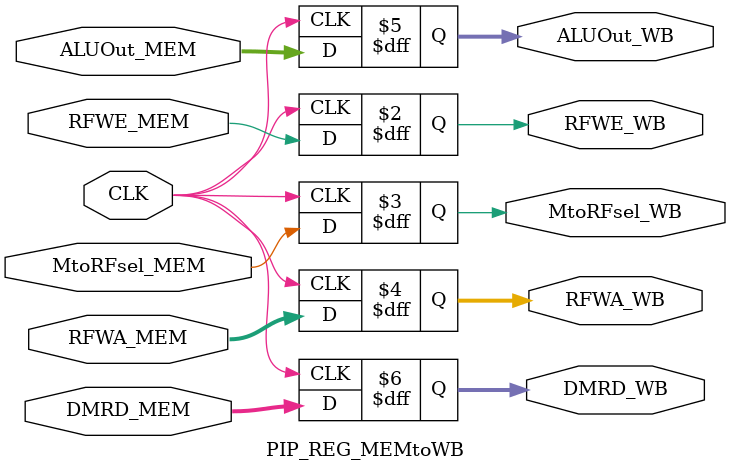
<source format=v>
`timescale 1ns / 1ps


//PIPELINE REGISTER: MEMORY TO WRITEBACK
module PIP_REG_MEMtoWB #(parameter WL=32)
(input CLK, RFWE_MEM, MtoRFsel_MEM, input[4:0] RFWA_MEM,
    input signed[WL-1:0] ALUOut_MEM, DMRD_MEM,
    output reg RFWE_WB, MtoRFsel_WB, output reg[4:0] RFWA_WB,
    output reg signed[WL-1:0] ALUOut_WB, DMRD_WB);

    always @(posedge CLK) begin
        RFWE_WB <= RFWE_MEM;
        MtoRFsel_WB <= MtoRFsel_MEM;
        
        ALUOut_WB <= ALUOut_MEM;
        DMRD_WB <= DMRD_MEM;
        RFWA_WB <= RFWA_MEM;
    end
endmodule

</source>
